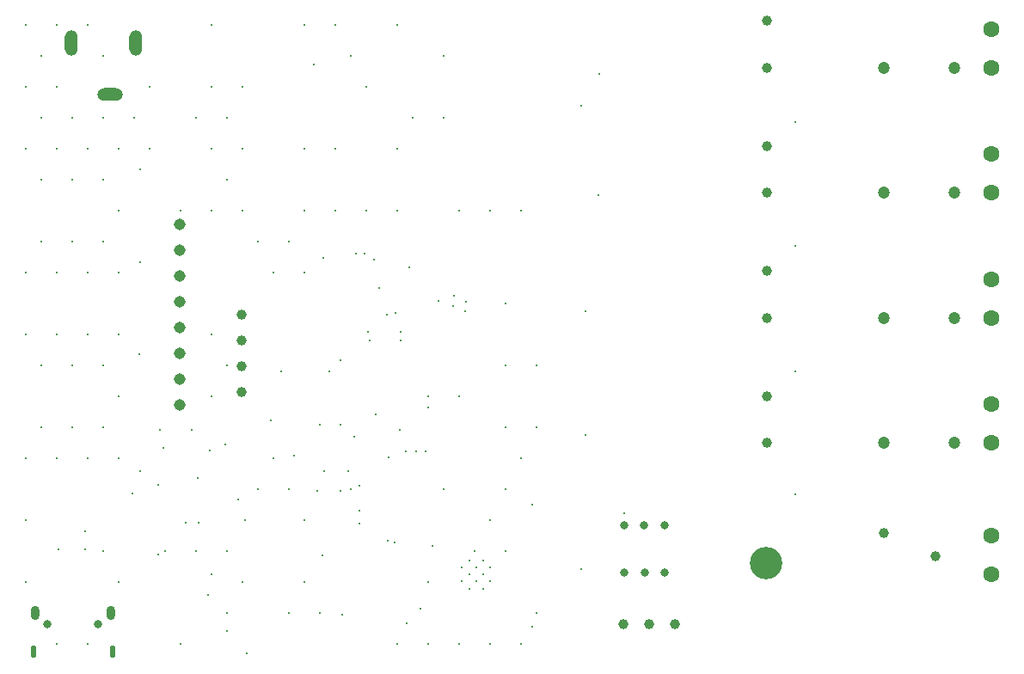
<source format=gbr>
%TF.GenerationSoftware,Altium Limited,Altium Designer,24.9.1 (31)*%
G04 Layer_Color=0*
%FSLAX45Y45*%
%MOMM*%
%TF.SameCoordinates,27D3D336-BC1F-43B1-B9D8-2BE266924E3D*%
%TF.FilePolarity,Positive*%
%TF.FileFunction,Plated,1,2,PTH,Drill*%
%TF.Part,Single*%
G01*
G75*
%TA.AperFunction,ComponentDrill*%
%ADD119O,2.54000X1.27000*%
%ADD120O,1.27000X2.54000*%
%ADD121C,1.00000*%
%ADD122C,1.20000*%
%ADD123O,0.85000X1.40000*%
%ADD124O,0.55000X1.20000*%
%ADD125C,0.80000*%
%ADD126C,1.00000*%
%ADD127C,1.14300*%
%ADD128C,1.60000*%
%TA.AperFunction,OtherDrill,Pad Free-2 (74.524mm,10.389mm)*%
%ADD129C,3.20000*%
%TA.AperFunction,ViaDrill,NotFilled*%
%ADD130C,0.25400*%
%ADD131C,0.30000*%
D119*
X988060Y5654040D02*
D03*
D120*
X607060Y6162040D02*
D03*
X1242060D02*
D03*
D121*
X7457440Y4683615D02*
D03*
Y5143615D02*
D03*
X8607440Y1328996D02*
D03*
X9115440Y1100396D02*
D03*
X7457440Y2679721D02*
D03*
Y2219721D02*
D03*
Y3912801D02*
D03*
Y3452801D02*
D03*
Y6374429D02*
D03*
Y5914429D02*
D03*
D122*
X8607440Y4683615D02*
D03*
X9307440D02*
D03*
Y2219721D02*
D03*
X8607440D02*
D03*
X9307440Y3452801D02*
D03*
X8607440D02*
D03*
X9307440Y5914429D02*
D03*
X8607440D02*
D03*
D123*
X253852Y541760D02*
D03*
X998852D02*
D03*
D124*
X238852Y161760D02*
D03*
X1013852D02*
D03*
D125*
X376352Y436761D02*
D03*
X876352D02*
D03*
X6054139Y946343D02*
D03*
X6254139D02*
D03*
X6454139D02*
D03*
X6050940Y1412240D02*
D03*
X6250940D02*
D03*
X6450940D02*
D03*
D126*
X2288540Y3482340D02*
D03*
Y3228340D02*
D03*
Y2720340D02*
D03*
Y2974340D02*
D03*
X6556980Y437459D02*
D03*
X6302980D02*
D03*
X6048980D02*
D03*
D127*
X1678940Y4373880D02*
D03*
Y4119880D02*
D03*
Y3865880D02*
D03*
Y3611880D02*
D03*
Y3357880D02*
D03*
Y3103880D02*
D03*
Y2849880D02*
D03*
Y2595880D02*
D03*
D128*
X9667602Y1308995D02*
D03*
Y927995D02*
D03*
Y2221988D02*
D03*
Y2602988D02*
D03*
X9670641Y5914429D02*
D03*
Y6295429D02*
D03*
Y4683615D02*
D03*
Y5064615D02*
D03*
X9667602Y3452801D02*
D03*
Y3833801D02*
D03*
D129*
X7452360Y1038860D02*
D03*
D130*
X5036820Y4508500D02*
D03*
X5189220Y2984500D02*
D03*
Y2374900D02*
D03*
X5036820Y2070100D02*
D03*
X5189220Y546100D02*
D03*
X5036820Y241300D02*
D03*
X4732020Y4508500D02*
D03*
X4884420Y3594100D02*
D03*
Y2984500D02*
D03*
Y2374900D02*
D03*
Y1765300D02*
D03*
X4732020Y1460500D02*
D03*
X4884420Y1155700D02*
D03*
X4732020Y241300D02*
D03*
X4427220Y4508500D02*
D03*
Y2679700D02*
D03*
X4579620Y1155700D02*
D03*
X4427220Y241300D02*
D03*
X4274820Y6032500D02*
D03*
Y5422900D02*
D03*
X4122420Y2679700D02*
D03*
X4274820Y1765300D02*
D03*
X4122420Y850900D02*
D03*
Y241300D02*
D03*
X3817620Y6337300D02*
D03*
X3970020Y5422900D02*
D03*
X3817620Y5118100D02*
D03*
Y4508500D02*
D03*
Y241300D02*
D03*
X3512820Y5727700D02*
D03*
Y4508500D02*
D03*
X3208020Y6337300D02*
D03*
X3360420Y6032500D02*
D03*
X3208020Y5118100D02*
D03*
Y4508500D02*
D03*
X3360420Y1765300D02*
D03*
X2903220Y6337300D02*
D03*
Y5118100D02*
D03*
Y4508500D02*
D03*
Y3898900D02*
D03*
Y1460500D02*
D03*
Y850900D02*
D03*
X3055620Y546100D02*
D03*
X2750820Y4203700D02*
D03*
X2598420Y3898900D02*
D03*
Y2070100D02*
D03*
X2750820Y1765300D02*
D03*
Y546100D02*
D03*
X2293620Y5727700D02*
D03*
Y5118100D02*
D03*
Y4508500D02*
D03*
X2446020Y4203700D02*
D03*
Y1765300D02*
D03*
X2293620Y850900D02*
D03*
X1988820Y6337300D02*
D03*
Y5727700D02*
D03*
X2141220Y5422900D02*
D03*
X1988820Y5118100D02*
D03*
X2141220Y4813300D02*
D03*
X1988820Y4508500D02*
D03*
Y3289300D02*
D03*
X2141220Y2984500D02*
D03*
X1988820Y2679700D02*
D03*
X2141220Y1155700D02*
D03*
Y546100D02*
D03*
X1836420Y5422900D02*
D03*
X1684020Y4508500D02*
D03*
X1836420Y1155700D02*
D03*
X1684020Y241300D02*
D03*
X1379220Y5727700D02*
D03*
Y5118100D02*
D03*
X1531620Y1155700D02*
D03*
X1226820Y5422900D02*
D03*
X1074420Y5118100D02*
D03*
Y4508500D02*
D03*
Y3898900D02*
D03*
Y3289300D02*
D03*
Y2679700D02*
D03*
Y2070100D02*
D03*
Y850900D02*
D03*
X769620Y6337300D02*
D03*
X922020Y6032500D02*
D03*
Y5422900D02*
D03*
X769620Y5118100D02*
D03*
X922020Y4813300D02*
D03*
Y4203700D02*
D03*
X769620Y3898900D02*
D03*
Y3289300D02*
D03*
X922020Y2984500D02*
D03*
Y2374900D02*
D03*
X769620Y2070100D02*
D03*
X922020Y1155700D02*
D03*
X769620Y241300D02*
D03*
X464820Y6337300D02*
D03*
Y5727700D02*
D03*
X617220Y5422900D02*
D03*
X464820Y5118100D02*
D03*
X617220Y4813300D02*
D03*
Y4203700D02*
D03*
X464820Y3898900D02*
D03*
Y3289300D02*
D03*
X617220Y2984500D02*
D03*
Y2374900D02*
D03*
X464820Y2070100D02*
D03*
Y241300D02*
D03*
X160020Y6337300D02*
D03*
X312420Y6032500D02*
D03*
X160020Y5727700D02*
D03*
X312420Y5422900D02*
D03*
X160020Y5118100D02*
D03*
X312420Y4813300D02*
D03*
Y4203700D02*
D03*
X160020Y3898900D02*
D03*
Y3289300D02*
D03*
X312420Y2984500D02*
D03*
Y2374900D02*
D03*
X160020Y2070100D02*
D03*
Y1460500D02*
D03*
Y850900D02*
D03*
X7739380Y5377180D02*
D03*
X7741920Y4157980D02*
D03*
Y1709420D02*
D03*
Y2923540D02*
D03*
X3550920Y3225800D02*
D03*
X3716020Y3479800D02*
D03*
X3606800Y2504440D02*
D03*
X5631180Y5539740D02*
D03*
X3393440Y2280920D02*
D03*
X3733800Y2075180D02*
D03*
X3905184Y2133405D02*
D03*
X3841905Y2345535D02*
D03*
X3256590Y2399396D02*
D03*
X3097950Y1942250D02*
D03*
X3060500Y2399396D02*
D03*
X4222750Y3616960D02*
D03*
X3799840Y3500120D02*
D03*
X3088640Y4038600D02*
D03*
X3528060Y3314700D02*
D03*
X3855720Y3225800D02*
D03*
Y3317240D02*
D03*
X746760Y1351280D02*
D03*
X5806440Y5857240D02*
D03*
X3727049Y1251888D02*
D03*
X3797300Y1239520D02*
D03*
X4165600Y1203960D02*
D03*
X3449320Y1424940D02*
D03*
X2801620Y2095500D02*
D03*
X1463040Y1122680D02*
D03*
X2125980Y2204720D02*
D03*
X5628640Y977900D02*
D03*
X3937000Y3949700D02*
D03*
X4488180Y3512820D02*
D03*
X5146040Y1612900D02*
D03*
X5151280Y406560D02*
D03*
X4043680Y586740D02*
D03*
X3501072Y4086167D02*
D03*
X3591560Y4025900D02*
D03*
X3408680Y4084320D02*
D03*
X3086100Y1112520D02*
D03*
X1953260Y721360D02*
D03*
X4002174Y2133405D02*
D03*
X4124960Y2565400D02*
D03*
X4099163Y2133405D02*
D03*
X3337560Y1938020D02*
D03*
X3261360Y3037840D02*
D03*
X1518920Y2171700D02*
D03*
X2679700Y2921000D02*
D03*
X1287780Y3995936D02*
D03*
X2996878Y5948680D02*
D03*
X6051600Y1530400D02*
D03*
X1478280Y2352040D02*
D03*
X1795780D02*
D03*
X1287780Y1939364D02*
D03*
X1290244Y4910583D02*
D03*
X1856740Y1873258D02*
D03*
X5669280Y2296160D02*
D03*
X2144910Y369680D02*
D03*
X2337927Y148447D02*
D03*
X1991360Y929640D02*
D03*
X1210276Y1720816D02*
D03*
X1463040Y1803400D02*
D03*
X2256361Y1661160D02*
D03*
X1282700Y3091180D02*
D03*
X3914140Y447040D02*
D03*
X3446780Y1798320D02*
D03*
X3637280Y3746500D02*
D03*
X5674360Y3520440D02*
D03*
X5801360Y4655820D02*
D03*
X1975581Y2144299D02*
D03*
X2321560Y1455420D02*
D03*
X4378960Y3670300D02*
D03*
X4368131Y3564289D02*
D03*
X1861820Y1432560D02*
D03*
X1734820Y1430020D02*
D03*
X485140Y1168400D02*
D03*
X746760D02*
D03*
X3255880Y1743207D02*
D03*
X3027950D02*
D03*
X3280912Y527250D02*
D03*
X3149600Y2921000D02*
D03*
X2570480Y2438400D02*
D03*
X4495800Y3611880D02*
D03*
X3449320Y1549400D02*
D03*
D131*
X4667400Y1064560D02*
D03*
X4457400Y994560D02*
D03*
X4597400D02*
D03*
X4737400D02*
D03*
X4527400Y1064560D02*
D03*
X4457400Y854560D02*
D03*
X4597400D02*
D03*
X4737400D02*
D03*
X4667400Y924560D02*
D03*
X4527400D02*
D03*
Y784560D02*
D03*
X4667400D02*
D03*
%TF.MD5,c90287a2a75504e081d035530541272c*%
M02*

</source>
